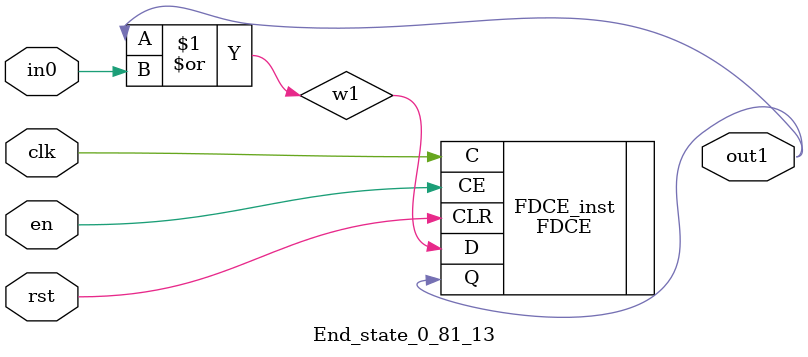
<source format=v>
module engine_0_81(out,clk,sod,en, in_128, in_1, in_3, in_4, in_7, in_19, in_21, in_41, in_76);
//pcre: /ip_dominio\s+[\x26\x3b\x7c\x3e\x3c]/Ui
//block char: [\x26\x3b\x7c\x3e\x3c][1], \x20[8], N[0], O[0], I[0], d[0], p[0], M[0], _[0], 

	input clk,sod,en;

	input in_128, in_1, in_3, in_4, in_7, in_19, in_21, in_41, in_76;
	output out;

	assign w0 = 1'b1;
	state_0_81_1 BlockState_0_81_1 (w1,in_7,clk,en,sod,w0);
	state_0_81_2 BlockState_0_81_2 (w2,in_21,clk,en,sod,w1);
	state_0_81_3 BlockState_0_81_3 (w3,in_76,clk,en,sod,w2);
	state_0_81_4 BlockState_0_81_4 (w4,in_19,clk,en,sod,w3);
	state_0_81_5 BlockState_0_81_5 (w5,in_4,clk,en,sod,w4);
	state_0_81_6 BlockState_0_81_6 (w6,in_41,clk,en,sod,w5);
	state_0_81_7 BlockState_0_81_7 (w7,in_7,clk,en,sod,w6);
	state_0_81_8 BlockState_0_81_8 (w8,in_3,clk,en,sod,w7);
	state_0_81_9 BlockState_0_81_9 (w9,in_7,clk,en,sod,w8);
	state_0_81_10 BlockState_0_81_10 (w10,in_4,clk,en,sod,w9);
	state_0_81_11 BlockState_0_81_11 (w11,in_1,clk,en,sod,w11,w10);
	state_0_81_12 BlockState_0_81_12 (w12,in_128,clk,en,sod,w11);
	End_state_0_81_13 BlockState_0_81_13 (out,clk,en,sod,w12);
endmodule

module state_0_81_1(out1,in_char,clk,en,rst,in0);
	input in_char,clk,en,rst,in0;
	output out1;
	wire w1,w2;
	assign w1 = in0; 
	and(w2,in_char,w1);
	FDCE #(.INIT(1'b0)) FDCE_inst (
		.Q(out1),
		.C(clk),
		.CE(en),
		.CLR(rst),
		.D(w2)
);
endmodule

module state_0_81_2(out1,in_char,clk,en,rst,in0);
	input in_char,clk,en,rst,in0;
	output out1;
	wire w1,w2;
	assign w1 = in0; 
	and(w2,in_char,w1);
	FDCE #(.INIT(1'b0)) FDCE_inst (
		.Q(out1),
		.C(clk),
		.CE(en),
		.CLR(rst),
		.D(w2)
);
endmodule

module state_0_81_3(out1,in_char,clk,en,rst,in0);
	input in_char,clk,en,rst,in0;
	output out1;
	wire w1,w2;
	assign w1 = in0; 
	and(w2,in_char,w1);
	FDCE #(.INIT(1'b0)) FDCE_inst (
		.Q(out1),
		.C(clk),
		.CE(en),
		.CLR(rst),
		.D(w2)
);
endmodule

module state_0_81_4(out1,in_char,clk,en,rst,in0);
	input in_char,clk,en,rst,in0;
	output out1;
	wire w1,w2;
	assign w1 = in0; 
	and(w2,in_char,w1);
	FDCE #(.INIT(1'b0)) FDCE_inst (
		.Q(out1),
		.C(clk),
		.CE(en),
		.CLR(rst),
		.D(w2)
);
endmodule

module state_0_81_5(out1,in_char,clk,en,rst,in0);
	input in_char,clk,en,rst,in0;
	output out1;
	wire w1,w2;
	assign w1 = in0; 
	and(w2,in_char,w1);
	FDCE #(.INIT(1'b0)) FDCE_inst (
		.Q(out1),
		.C(clk),
		.CE(en),
		.CLR(rst),
		.D(w2)
);
endmodule

module state_0_81_6(out1,in_char,clk,en,rst,in0);
	input in_char,clk,en,rst,in0;
	output out1;
	wire w1,w2;
	assign w1 = in0; 
	and(w2,in_char,w1);
	FDCE #(.INIT(1'b0)) FDCE_inst (
		.Q(out1),
		.C(clk),
		.CE(en),
		.CLR(rst),
		.D(w2)
);
endmodule

module state_0_81_7(out1,in_char,clk,en,rst,in0);
	input in_char,clk,en,rst,in0;
	output out1;
	wire w1,w2;
	assign w1 = in0; 
	and(w2,in_char,w1);
	FDCE #(.INIT(1'b0)) FDCE_inst (
		.Q(out1),
		.C(clk),
		.CE(en),
		.CLR(rst),
		.D(w2)
);
endmodule

module state_0_81_8(out1,in_char,clk,en,rst,in0);
	input in_char,clk,en,rst,in0;
	output out1;
	wire w1,w2;
	assign w1 = in0; 
	and(w2,in_char,w1);
	FDCE #(.INIT(1'b0)) FDCE_inst (
		.Q(out1),
		.C(clk),
		.CE(en),
		.CLR(rst),
		.D(w2)
);
endmodule

module state_0_81_9(out1,in_char,clk,en,rst,in0);
	input in_char,clk,en,rst,in0;
	output out1;
	wire w1,w2;
	assign w1 = in0; 
	and(w2,in_char,w1);
	FDCE #(.INIT(1'b0)) FDCE_inst (
		.Q(out1),
		.C(clk),
		.CE(en),
		.CLR(rst),
		.D(w2)
);
endmodule

module state_0_81_10(out1,in_char,clk,en,rst,in0);
	input in_char,clk,en,rst,in0;
	output out1;
	wire w1,w2;
	assign w1 = in0; 
	and(w2,in_char,w1);
	FDCE #(.INIT(1'b0)) FDCE_inst (
		.Q(out1),
		.C(clk),
		.CE(en),
		.CLR(rst),
		.D(w2)
);
endmodule

module state_0_81_11(out1,in_char,clk,en,rst,in0,in1);
	input in_char,clk,en,rst,in0,in1;
	output out1;
	wire w1,w2;
	or(w1,in0,in1);
	and(w2,in_char,w1);
	FDCE #(.INIT(1'b0)) FDCE_inst (
		.Q(out1),
		.C(clk),
		.CE(en),
		.CLR(rst),
		.D(w2)
);
endmodule

module state_0_81_12(out1,in_char,clk,en,rst,in0);
	input in_char,clk,en,rst,in0;
	output out1;
	wire w1,w2;
	assign w1 = in0; 
	and(w2,in_char,w1);
	FDCE #(.INIT(1'b0)) FDCE_inst (
		.Q(out1),
		.C(clk),
		.CE(en),
		.CLR(rst),
		.D(w2)
);
endmodule

module End_state_0_81_13(out1,clk,en,rst,in0);
	input clk,rst,en,in0;
	output out1;
	wire w1;
	or(w1,out1,in0);
	FDCE #(.INIT(1'b0)) FDCE_inst (
		.Q(out1),
		.C(clk),
		.CE(en),
		.CLR(rst),
		.D(w1)
);
endmodule


</source>
